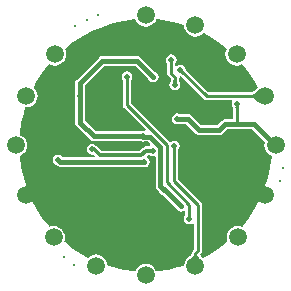
<source format=gtl>
G04*
G04 #@! TF.GenerationSoftware,Altium Limited,Altium Designer,19.1.5 (86)*
G04*
G04 Layer_Physical_Order=1*
G04 Layer_Color=255*
%FSAX25Y25*%
%MOIN*%
G70*
G01*
G75*
%ADD14C,0.01575*%
%ADD15C,0.01000*%
%ADD16C,0.01181*%
%ADD17C,0.00984*%
%ADD18C,0.05906*%
%ADD19C,0.01968*%
G36*
X0156159Y0201956D02*
X0159802Y0201476D01*
X0163389Y0200681D01*
X0165270Y0200088D01*
X0165249Y0199928D01*
X0165377Y0198951D01*
X0165754Y0198041D01*
X0166354Y0197260D01*
X0167135Y0196661D01*
X0168045Y0196284D01*
X0169021Y0196155D01*
X0169998Y0196284D01*
X0170908Y0196661D01*
X0171689Y0197260D01*
X0171788Y0197389D01*
X0173546Y0196474D01*
X0176645Y0194500D01*
X0179179Y0192555D01*
X0179536Y0192201D01*
X0179159Y0191291D01*
X0179031Y0190315D01*
X0179159Y0189339D01*
X0179536Y0188429D01*
X0180136Y0187647D01*
X0180917Y0187048D01*
X0181827Y0186671D01*
X0182803Y0186542D01*
X0183780Y0186671D01*
X0184689Y0187048D01*
X0185044Y0186690D01*
X0186988Y0184157D01*
X0188962Y0181058D01*
X0189920Y0179218D01*
X0189661Y0179018D01*
X0189585Y0178920D01*
X0189371Y0178709D01*
X0188838Y0178244D01*
X0188609Y0178073D01*
X0188391Y0177929D01*
X0188194Y0177819D01*
X0188019Y0177740D01*
X0187869Y0177689D01*
X0187747Y0177664D01*
X0173335D01*
X0165877Y0185121D01*
X0165872Y0185128D01*
X0165855Y0185150D01*
X0165732Y0185770D01*
X0165340Y0186356D01*
X0164754Y0186748D01*
X0164063Y0186885D01*
X0163372Y0186748D01*
X0162844Y0186395D01*
X0162590Y0186462D01*
X0162344Y0186595D01*
Y0187212D01*
X0162345Y0187220D01*
X0162349Y0187248D01*
X0162700Y0187773D01*
X0162838Y0188465D01*
X0162700Y0189156D01*
X0162309Y0189742D01*
X0161723Y0190133D01*
X0161031Y0190271D01*
X0160340Y0190133D01*
X0159754Y0189742D01*
X0159363Y0189156D01*
X0159225Y0188465D01*
X0159363Y0187773D01*
X0159714Y0187248D01*
X0159717Y0187230D01*
X0159719Y0187201D01*
Y0183858D01*
X0159819Y0183356D01*
X0160103Y0182930D01*
X0160900Y0182133D01*
Y0181410D01*
X0160899Y0181402D01*
X0160895Y0181374D01*
X0160544Y0180849D01*
X0160406Y0180157D01*
X0160544Y0179466D01*
X0160935Y0178880D01*
X0161521Y0178489D01*
X0162213Y0178351D01*
X0162904Y0178489D01*
X0163490Y0178880D01*
X0163882Y0179466D01*
X0164019Y0180157D01*
X0163882Y0180849D01*
X0163530Y0181374D01*
X0163528Y0181393D01*
X0163525Y0181421D01*
Y0182562D01*
X0163771Y0182874D01*
X0163948Y0183016D01*
X0164277Y0183009D01*
X0171863Y0175423D01*
X0172289Y0175138D01*
X0172791Y0175038D01*
X0181135D01*
X0181403Y0174538D01*
X0181252Y0174313D01*
X0181115Y0173622D01*
X0181252Y0172931D01*
X0181604Y0172405D01*
X0181606Y0172387D01*
X0181609Y0172358D01*
Y0168614D01*
X0178984D01*
X0178984Y0168614D01*
X0178370Y0168491D01*
X0177849Y0168143D01*
X0176351Y0166645D01*
X0171027D01*
X0167679Y0169994D01*
X0167158Y0170342D01*
X0166543Y0170464D01*
X0166543Y0170464D01*
X0163825D01*
X0163731Y0170527D01*
X0163039Y0170665D01*
X0162348Y0170527D01*
X0161762Y0170135D01*
X0161371Y0169550D01*
X0161233Y0168858D01*
X0161371Y0168167D01*
X0161762Y0167581D01*
X0162348Y0167189D01*
X0163039Y0167052D01*
X0163731Y0167189D01*
X0163825Y0167253D01*
X0165878D01*
X0169227Y0163904D01*
X0169227Y0163904D01*
X0169748Y0163556D01*
X0170362Y0163434D01*
X0170362Y0163434D01*
X0177016D01*
X0177016Y0163434D01*
X0177630Y0163556D01*
X0178151Y0163904D01*
X0179649Y0165402D01*
X0187926D01*
X0192210Y0161118D01*
X0192124Y0160909D01*
X0191995Y0159933D01*
X0192124Y0158957D01*
X0192501Y0158047D01*
X0193100Y0157266D01*
X0193881Y0156666D01*
X0194448Y0156431D01*
X0194444Y0156329D01*
X0193964Y0152687D01*
X0193169Y0149100D01*
X0192064Y0145596D01*
X0190658Y0142201D01*
X0188962Y0138942D01*
X0186988Y0135843D01*
X0184751Y0132928D01*
X0184597Y0132760D01*
X0184173Y0132935D01*
X0183197Y0133064D01*
X0182220Y0132935D01*
X0181311Y0132558D01*
X0180529Y0131959D01*
X0179930Y0131177D01*
X0179553Y0130268D01*
X0179424Y0129291D01*
X0179553Y0128315D01*
X0179728Y0127892D01*
X0179560Y0127737D01*
X0176645Y0125501D01*
X0173546Y0123526D01*
X0171700Y0122565D01*
X0170953Y0123139D01*
X0170808Y0123199D01*
X0170707Y0123611D01*
X0170710Y0123674D01*
X0170741Y0123798D01*
X0170857Y0123914D01*
X0171142Y0124340D01*
X0171242Y0124843D01*
Y0140157D01*
X0171142Y0140660D01*
X0170857Y0141086D01*
X0163210Y0148733D01*
Y0158365D01*
X0163332Y0158447D01*
X0163724Y0159033D01*
X0163862Y0159724D01*
X0163724Y0160416D01*
X0163332Y0161002D01*
X0162746Y0161393D01*
X0162055Y0161531D01*
X0161364Y0161393D01*
X0160778Y0161002D01*
X0160301Y0161189D01*
X0147541Y0173949D01*
Y0181610D01*
X0147897Y0182143D01*
X0148035Y0182835D01*
X0147897Y0183526D01*
X0147506Y0184112D01*
X0146920Y0184503D01*
X0146228Y0184641D01*
X0145537Y0184503D01*
X0144951Y0184112D01*
X0144560Y0183526D01*
X0144422Y0182835D01*
X0144560Y0182143D01*
X0144916Y0181610D01*
Y0173405D01*
X0145016Y0172903D01*
X0145300Y0172477D01*
X0152485Y0165293D01*
X0152354Y0164717D01*
X0152195Y0164661D01*
X0151504Y0164798D01*
X0150813Y0164661D01*
X0150718Y0164598D01*
X0135791D01*
X0132165Y0168224D01*
Y0175750D01*
X0132228Y0175844D01*
X0132365Y0176535D01*
X0132228Y0177227D01*
X0132165Y0177321D01*
Y0180044D01*
X0138626Y0186505D01*
X0149067D01*
X0153277Y0182294D01*
X0153300Y0182183D01*
X0153691Y0181597D01*
X0154277Y0181205D01*
X0154969Y0181068D01*
X0155660Y0181205D01*
X0156246Y0181597D01*
X0156637Y0182183D01*
X0156775Y0182874D01*
X0156637Y0183565D01*
X0156246Y0184151D01*
X0155660Y0184543D01*
X0155548Y0184565D01*
X0150868Y0189246D01*
X0150347Y0189594D01*
X0149732Y0189716D01*
X0149732Y0189716D01*
X0137961D01*
X0137961Y0189716D01*
X0137346Y0189594D01*
X0136825Y0189246D01*
X0136825Y0189246D01*
X0129424Y0181844D01*
X0129076Y0181323D01*
X0128953Y0180709D01*
X0128953Y0180709D01*
Y0177321D01*
X0128890Y0177227D01*
X0128753Y0176535D01*
X0128890Y0175844D01*
X0128953Y0175750D01*
Y0167559D01*
X0128953Y0167559D01*
X0129076Y0166945D01*
X0129424Y0166424D01*
X0133991Y0161857D01*
X0134511Y0161509D01*
X0135126Y0161387D01*
X0135126Y0161387D01*
X0150718D01*
X0150813Y0161323D01*
X0151504Y0161186D01*
X0152134Y0161311D01*
X0153118D01*
X0154076Y0160353D01*
X0153957Y0159764D01*
X0153764Y0159635D01*
X0152456D01*
X0151919Y0159528D01*
X0151463Y0159223D01*
X0150259Y0158019D01*
X0137854D01*
X0136258Y0159615D01*
X0136010Y0159781D01*
X0135931Y0159899D01*
X0135345Y0160291D01*
X0134653Y0160428D01*
X0133962Y0160291D01*
X0133376Y0159899D01*
X0132985Y0159313D01*
X0132847Y0158622D01*
X0132985Y0157930D01*
X0133376Y0157344D01*
X0133962Y0156953D01*
X0134653Y0156815D01*
X0135012Y0156887D01*
X0135422Y0156477D01*
X0135231Y0156015D01*
X0124737D01*
X0124509Y0156356D01*
X0123923Y0156748D01*
X0123231Y0156885D01*
X0122540Y0156748D01*
X0121954Y0156356D01*
X0121563Y0155770D01*
X0121425Y0155079D01*
X0121563Y0154387D01*
X0121954Y0153801D01*
X0122540Y0153410D01*
X0122652Y0153388D01*
X0122766Y0153274D01*
X0123286Y0152926D01*
X0123901Y0152804D01*
X0123901Y0152804D01*
X0151442D01*
X0152055Y0152682D01*
X0152746Y0152819D01*
X0153332Y0153211D01*
X0153724Y0153797D01*
X0153861Y0154488D01*
X0153724Y0155179D01*
X0153332Y0155765D01*
X0153038Y0155962D01*
X0152954Y0156494D01*
X0153239Y0156825D01*
X0153764D01*
X0154159Y0156561D01*
X0154850Y0156424D01*
X0155304Y0156514D01*
X0155804Y0156181D01*
Y0146524D01*
X0155804Y0146524D01*
X0155926Y0145909D01*
X0156274Y0145388D01*
X0156991Y0144671D01*
X0157040Y0144427D01*
X0157431Y0143841D01*
X0158017Y0143449D01*
X0158227Y0143407D01*
X0162529Y0139105D01*
X0162552Y0138994D01*
X0162943Y0138408D01*
X0163529Y0138016D01*
X0164220Y0137879D01*
X0164912Y0138016D01*
X0165243Y0138237D01*
X0165743Y0137970D01*
Y0136686D01*
X0165742Y0136677D01*
X0165737Y0136650D01*
X0165386Y0136124D01*
X0165249Y0135433D01*
X0165386Y0134742D01*
X0165778Y0134156D01*
X0166364Y0133764D01*
X0167055Y0133627D01*
X0167746Y0133764D01*
X0168116Y0134011D01*
X0168616Y0133749D01*
Y0125386D01*
X0168138Y0124908D01*
X0167854Y0124482D01*
X0167754Y0123980D01*
Y0123820D01*
X0167742Y0123732D01*
X0167719Y0123636D01*
X0167691Y0123555D01*
X0167657Y0123487D01*
X0167617Y0123427D01*
X0167571Y0123372D01*
X0167513Y0123319D01*
X0167441Y0123266D01*
X0167325Y0123199D01*
X0167180Y0123139D01*
X0166399Y0122539D01*
X0165799Y0121758D01*
X0165423Y0120848D01*
X0165301Y0119922D01*
X0163389Y0119319D01*
X0159802Y0118524D01*
X0156159Y0118044D01*
X0155953Y0118035D01*
X0155728Y0118579D01*
X0155128Y0119360D01*
X0154347Y0119960D01*
X0153437Y0120337D01*
X0152461Y0120465D01*
X0151484Y0120337D01*
X0150574Y0119960D01*
X0149793Y0119360D01*
X0149194Y0118579D01*
X0148969Y0118038D01*
X0148818Y0118044D01*
X0145175Y0118524D01*
X0141588Y0119319D01*
X0139629Y0119937D01*
X0139511Y0120831D01*
X0139134Y0121740D01*
X0138535Y0122522D01*
X0137754Y0123121D01*
X0136844Y0123498D01*
X0135867Y0123627D01*
X0134891Y0123498D01*
X0133981Y0123121D01*
X0133265Y0122571D01*
X0131430Y0123526D01*
X0128331Y0125501D01*
X0125417Y0127737D01*
X0125248Y0127892D01*
X0125423Y0128315D01*
X0125552Y0129291D01*
X0125423Y0130268D01*
X0125047Y0131177D01*
X0124447Y0131959D01*
X0123666Y0132558D01*
X0122756Y0132935D01*
X0121780Y0133064D01*
X0120803Y0132935D01*
X0120380Y0132760D01*
X0120225Y0132928D01*
X0117989Y0135843D01*
X0116015Y0138942D01*
X0114318Y0142201D01*
X0112912Y0145596D01*
X0111807Y0149100D01*
X0111012Y0152687D01*
X0110532Y0156329D01*
X0110527Y0156442D01*
X0111067Y0156666D01*
X0111849Y0157266D01*
X0112448Y0158047D01*
X0112825Y0158957D01*
X0112953Y0159933D01*
X0112825Y0160909D01*
X0112448Y0161819D01*
X0111849Y0162601D01*
X0111067Y0163200D01*
X0110522Y0163426D01*
X0110532Y0163671D01*
X0111012Y0167313D01*
X0111807Y0170900D01*
X0112377Y0172708D01*
X0112685Y0172667D01*
X0113661Y0172796D01*
X0114571Y0173173D01*
X0115352Y0173772D01*
X0115952Y0174554D01*
X0116329Y0175463D01*
X0116457Y0176440D01*
X0116329Y0177416D01*
X0115952Y0178326D01*
X0115352Y0179107D01*
X0115100Y0179301D01*
X0116015Y0181058D01*
X0117989Y0184157D01*
X0119933Y0186690D01*
X0120287Y0187048D01*
X0121197Y0186671D01*
X0122173Y0186542D01*
X0123150Y0186671D01*
X0124059Y0187048D01*
X0124841Y0187647D01*
X0125440Y0188429D01*
X0125817Y0189339D01*
X0125946Y0190315D01*
X0125817Y0191291D01*
X0125440Y0192201D01*
X0125798Y0192555D01*
X0128331Y0194500D01*
X0131430Y0196474D01*
X0134689Y0198170D01*
X0138084Y0199576D01*
X0141588Y0200681D01*
X0145175Y0201476D01*
X0148818Y0201956D01*
X0148996Y0201964D01*
X0149221Y0201421D01*
X0149821Y0200640D01*
X0150602Y0200040D01*
X0151512Y0199663D01*
X0152488Y0199535D01*
X0153465Y0199663D01*
X0154374Y0200040D01*
X0155156Y0200640D01*
X0155755Y0201421D01*
X0155980Y0201964D01*
X0156159Y0201956D01*
D02*
G37*
G36*
X0161685Y0187721D02*
X0161652Y0187673D01*
X0161624Y0187618D01*
X0161600Y0187555D01*
X0161579Y0187485D01*
X0161562Y0187408D01*
X0161548Y0187323D01*
X0161539Y0187232D01*
X0161531Y0187026D01*
X0160531D01*
X0160530Y0187133D01*
X0160514Y0187323D01*
X0160501Y0187408D01*
X0160484Y0187485D01*
X0160464Y0187555D01*
X0160439Y0187618D01*
X0160410Y0187673D01*
X0160378Y0187721D01*
X0160343Y0187762D01*
X0161721D01*
X0161685Y0187721D01*
D02*
G37*
G36*
X0165051Y0185015D02*
X0165062Y0184958D01*
X0165081Y0184899D01*
X0165108Y0184837D01*
X0165143Y0184773D01*
X0165185Y0184707D01*
X0165235Y0184637D01*
X0165294Y0184566D01*
X0165434Y0184415D01*
X0164726Y0183708D01*
X0164650Y0183782D01*
X0164504Y0183906D01*
X0164435Y0183957D01*
X0164369Y0183999D01*
X0164304Y0184034D01*
X0164243Y0184061D01*
X0164184Y0184080D01*
X0164127Y0184091D01*
X0164073Y0184095D01*
X0165047Y0185069D01*
X0165051Y0185015D01*
D02*
G37*
G36*
X0162715Y0181489D02*
X0162730Y0181298D01*
X0162743Y0181214D01*
X0162760Y0181137D01*
X0162781Y0181067D01*
X0162805Y0181004D01*
X0162833Y0180949D01*
X0162866Y0180901D01*
X0162902Y0180860D01*
X0161524D01*
X0161559Y0180901D01*
X0161592Y0180949D01*
X0161620Y0181004D01*
X0161645Y0181067D01*
X0161665Y0181137D01*
X0161682Y0181214D01*
X0161696Y0181298D01*
X0161705Y0181390D01*
X0161713Y0181596D01*
X0162713D01*
X0162715Y0181489D01*
D02*
G37*
G36*
X0190219Y0174284D02*
X0189917Y0174582D01*
X0189343Y0175083D01*
X0189070Y0175287D01*
X0188808Y0175459D01*
X0188556Y0175600D01*
X0188313Y0175710D01*
X0188081Y0175788D01*
X0187859Y0175835D01*
X0187646Y0175851D01*
Y0176851D01*
X0187859Y0176866D01*
X0188081Y0176913D01*
X0188313Y0176992D01*
X0188556Y0177102D01*
X0188808Y0177243D01*
X0189070Y0177415D01*
X0189343Y0177619D01*
X0189917Y0178120D01*
X0190219Y0178418D01*
Y0174284D01*
D02*
G37*
G36*
X0183574Y0172878D02*
X0183542Y0172830D01*
X0183514Y0172775D01*
X0183489Y0172713D01*
X0183468Y0172643D01*
X0183451Y0172565D01*
X0183438Y0172481D01*
X0183429Y0172389D01*
X0183421Y0172184D01*
X0182421D01*
X0182419Y0172290D01*
X0182404Y0172481D01*
X0182391Y0172565D01*
X0182374Y0172643D01*
X0182353Y0172713D01*
X0182329Y0172775D01*
X0182300Y0172830D01*
X0182268Y0172878D01*
X0182232Y0172919D01*
X0183610D01*
X0183574Y0172878D01*
D02*
G37*
G36*
X0167557Y0136765D02*
X0167572Y0136574D01*
X0167585Y0136490D01*
X0167602Y0136412D01*
X0167623Y0136343D01*
X0167648Y0136280D01*
X0167676Y0136225D01*
X0167708Y0136177D01*
X0167744Y0136136D01*
X0166366D01*
X0166402Y0136177D01*
X0166434Y0136225D01*
X0166463Y0136280D01*
X0166487Y0136343D01*
X0166508Y0136412D01*
X0166525Y0136490D01*
X0166538Y0136574D01*
X0166548Y0136666D01*
X0166555Y0136871D01*
X0167555D01*
X0167557Y0136765D01*
D02*
G37*
G36*
X0169575Y0123777D02*
X0169600Y0123586D01*
X0169643Y0123407D01*
X0169702Y0123241D01*
X0169778Y0123087D01*
X0169872Y0122945D01*
X0169982Y0122815D01*
X0170109Y0122698D01*
X0170253Y0122592D01*
X0170414Y0122499D01*
X0167719D01*
X0167880Y0122592D01*
X0168024Y0122698D01*
X0168151Y0122815D01*
X0168261Y0122945D01*
X0168355Y0123087D01*
X0168431Y0123241D01*
X0168490Y0123407D01*
X0168533Y0123586D01*
X0168558Y0123777D01*
X0168567Y0123980D01*
X0169567D01*
X0169575Y0123777D01*
D02*
G37*
D14*
X0195665Y0159933D02*
X0195768D01*
X0188591Y0167008D02*
X0195665Y0159933D01*
X0170362Y0165039D02*
X0177016D01*
X0166543Y0168858D02*
X0170362Y0165039D01*
X0163039Y0168858D02*
X0166543D01*
X0151504Y0162992D02*
X0151579Y0162917D01*
X0153783D01*
X0157409Y0159290D01*
Y0146524D02*
Y0159290D01*
Y0146524D02*
X0158748Y0145185D01*
Y0145158D02*
Y0145185D01*
Y0145158D02*
X0164220Y0139685D01*
X0135126Y0162992D02*
X0151504D01*
X0123901Y0154409D02*
X0151976D01*
X0152055Y0154488D01*
X0123231Y0155079D02*
X0123901Y0154409D01*
X0182961Y0167008D02*
X0188591D01*
X0178984D02*
X0182961D01*
X0177016Y0165039D02*
X0178984Y0167008D01*
X0137961Y0188110D02*
X0149732D01*
X0130559Y0167559D02*
X0135126Y0162992D01*
X0130559Y0167559D02*
Y0176535D01*
Y0180709D02*
X0137961Y0188110D01*
X0130559Y0176535D02*
Y0180709D01*
X0149732Y0188110D02*
X0154969Y0182874D01*
D15*
X0161898Y0148189D02*
Y0159724D01*
X0146228Y0173405D02*
X0159484Y0160149D01*
Y0147807D02*
Y0160149D01*
Y0147807D02*
X0167055Y0140236D01*
X0146228Y0173405D02*
Y0182835D01*
X0182921Y0167047D02*
X0182961Y0167008D01*
X0182921Y0167047D02*
Y0173622D01*
X0167055Y0135433D02*
Y0140236D01*
X0161031Y0183858D02*
Y0188465D01*
Y0183858D02*
X0162213Y0182677D01*
Y0180157D02*
Y0182677D01*
X0160913Y0174185D02*
X0173126D01*
X0164063Y0185079D02*
X0172791Y0176351D01*
X0161898Y0148189D02*
X0169929Y0140157D01*
Y0124843D02*
Y0140157D01*
X0169067Y0123980D02*
X0169929Y0124843D01*
X0169067Y0119872D02*
Y0123980D01*
X0173126Y0174185D02*
X0173413Y0173898D01*
X0172791Y0176351D02*
X0192328D01*
D16*
X0134653Y0158622D02*
X0135264D01*
X0137272Y0156614D01*
X0150840D02*
X0152456Y0158230D01*
X0154850D01*
X0137272Y0156614D02*
X0150840D01*
D17*
X0198315Y0152520D02*
D03*
X0197252Y0148150D02*
D03*
X0136728Y0203413D02*
D03*
X0132902Y0201760D02*
D03*
X0129051Y0199752D02*
D03*
X0128736Y0120236D02*
D03*
X0125087Y0122598D02*
D03*
D18*
X0192328Y0176351D02*
D03*
X0182803Y0190315D02*
D03*
X0152488Y0203307D02*
D03*
X0169021Y0199928D02*
D03*
D03*
X0195768Y0159933D02*
D03*
X0182803Y0190315D02*
D03*
X0152488Y0203307D02*
D03*
D03*
D03*
X0122173Y0190315D02*
D03*
X0112685Y0176440D02*
D03*
X0109181Y0159933D02*
D03*
X0112554Y0143386D02*
D03*
X0121780Y0129291D02*
D03*
X0135867Y0119854D02*
D03*
X0152461Y0116693D02*
D03*
X0169067Y0119872D02*
D03*
X0183197Y0129291D02*
D03*
X0192340Y0143416D02*
D03*
D19*
X0188976Y0159449D02*
D03*
X0191929Y0153543D02*
D03*
X0188976Y0147638D02*
D03*
X0183071D02*
D03*
X0186024Y0141732D02*
D03*
X0183071Y0135827D02*
D03*
X0180118Y0141732D02*
D03*
X0171260Y0194882D02*
D03*
X0174213Y0129921D02*
D03*
X0165354Y0124016D02*
D03*
X0162401Y0177165D02*
D03*
X0159449Y0171260D02*
D03*
Y0124016D02*
D03*
X0153543Y0194882D02*
D03*
X0147638D02*
D03*
X0150591Y0141732D02*
D03*
X0141732Y0194882D02*
D03*
Y0124016D02*
D03*
X0135827Y0194882D02*
D03*
X0138779Y0129921D02*
D03*
X0132874D02*
D03*
X0126969Y0188976D02*
D03*
X0124016Y0135827D02*
D03*
X0126969Y0129921D02*
D03*
X0118110Y0171260D02*
D03*
Y0159449D02*
D03*
Y0147638D02*
D03*
X0121063Y0141732D02*
D03*
X0115157Y0165354D02*
D03*
Y0153543D02*
D03*
X0162055Y0159724D02*
D03*
X0134653Y0158622D02*
D03*
X0154850Y0158230D02*
D03*
X0130795Y0135039D02*
D03*
X0152055Y0154488D02*
D03*
X0148118Y0142717D02*
D03*
X0147882Y0138858D02*
D03*
Y0134409D02*
D03*
Y0126142D02*
D03*
X0148472Y0146260D02*
D03*
X0145165D02*
D03*
X0130717Y0138622D02*
D03*
X0123231Y0155079D02*
D03*
X0163039Y0168858D02*
D03*
X0158709Y0145118D02*
D03*
X0140650Y0192165D02*
D03*
X0146228Y0182835D02*
D03*
X0142449Y0178268D02*
D03*
X0142488Y0175551D02*
D03*
X0144067Y0191823D02*
D03*
X0137252Y0192283D02*
D03*
X0130559Y0176535D02*
D03*
X0127488Y0178701D02*
D03*
X0127409Y0174149D02*
D03*
X0151425Y0190394D02*
D03*
X0153770Y0188047D02*
D03*
X0156189Y0186181D02*
D03*
X0158276Y0183307D02*
D03*
X0158709Y0179961D02*
D03*
Y0177008D02*
D03*
X0185559Y0179646D02*
D03*
X0180795Y0183908D02*
D03*
X0152252Y0126063D02*
D03*
X0133748Y0135039D02*
D03*
X0137016Y0135079D02*
D03*
X0139890Y0135039D02*
D03*
X0138433Y0145472D02*
D03*
X0130165Y0160197D02*
D03*
X0126425Y0160232D02*
D03*
X0122488Y0160354D02*
D03*
X0122370Y0163772D02*
D03*
X0122252Y0167165D02*
D03*
X0122488Y0170236D02*
D03*
Y0174221D02*
D03*
X0130165Y0191693D02*
D03*
X0134102Y0192165D02*
D03*
X0145323Y0159961D02*
D03*
X0138276Y0151772D02*
D03*
Y0158976D02*
D03*
X0143315Y0138740D02*
D03*
X0151583Y0146260D02*
D03*
X0143433Y0150272D02*
D03*
X0141976Y0146221D02*
D03*
X0172685Y0141220D02*
D03*
X0172724Y0138122D02*
D03*
X0167055Y0135433D02*
D03*
X0173433Y0148122D02*
D03*
X0171465Y0150472D02*
D03*
X0171504Y0153819D02*
D03*
X0171583Y0157835D02*
D03*
X0174929Y0153740D02*
D03*
X0178000Y0153819D02*
D03*
X0186346Y0154528D02*
D03*
Y0157480D02*
D03*
X0183866Y0160091D02*
D03*
X0180874Y0161085D02*
D03*
X0180756Y0164331D02*
D03*
X0176189Y0168358D02*
D03*
Y0172205D02*
D03*
X0173748Y0187647D02*
D03*
X0176307Y0191378D02*
D03*
X0173276Y0191457D02*
D03*
X0170283Y0191496D02*
D03*
X0167370Y0191535D02*
D03*
X0164457D02*
D03*
X0161031Y0188465D02*
D03*
X0162213Y0180157D02*
D03*
X0160913Y0174185D02*
D03*
X0164063Y0185079D02*
D03*
X0164220Y0139685D02*
D03*
X0154969Y0182874D02*
D03*
X0151504Y0162992D02*
D03*
X0182921Y0173622D02*
D03*
X0173551Y0173898D02*
D03*
M02*

</source>
